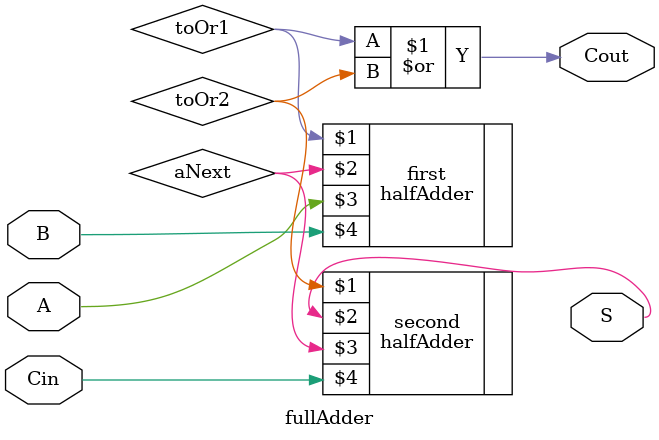
<source format=sv>
module fullAdder(output logic Cout, S, input logic A, B , Cin);
  wire toOr1, toOr2, aNext;
  halfAdder first(toOr1, aNext, A, B);
  halfAdder second(toOr2, S, aNext, Cin);
  assign Cout = toOr1 | toOr2;
endmodule

</source>
